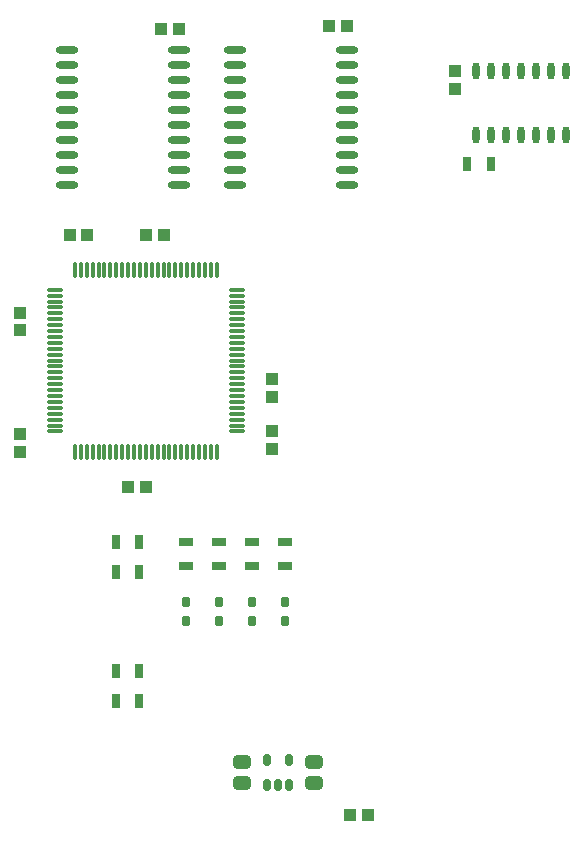
<source format=gtp>
G04*
G04 #@! TF.GenerationSoftware,Altium Limited,Altium Designer,21.0.8 (223)*
G04*
G04 Layer_Color=8421504*
%FSLAX25Y25*%
%MOIN*%
G70*
G04*
G04 #@! TF.SameCoordinates,24B65C91-686E-4BDF-BE13-0E35A49C72FF*
G04*
G04*
G04 #@! TF.FilePolarity,Positive*
G04*
G01*
G75*
%ADD16O,0.05512X0.01181*%
%ADD17O,0.01181X0.05512*%
G04:AMPARAMS|DCode=18|XSize=45.28mil|YSize=57.09mil|CornerRadius=11.32mil|HoleSize=0mil|Usage=FLASHONLY|Rotation=90.000|XOffset=0mil|YOffset=0mil|HoleType=Round|Shape=RoundedRectangle|*
%AMROUNDEDRECTD18*
21,1,0.04528,0.03445,0,0,90.0*
21,1,0.02264,0.05709,0,0,90.0*
1,1,0.02264,0.01722,0.01132*
1,1,0.02264,0.01722,-0.01132*
1,1,0.02264,-0.01722,-0.01132*
1,1,0.02264,-0.01722,0.01132*
%
%ADD18ROUNDEDRECTD18*%
G04:AMPARAMS|DCode=19|XSize=23.62mil|YSize=39.37mil|CornerRadius=5.91mil|HoleSize=0mil|Usage=FLASHONLY|Rotation=0.000|XOffset=0mil|YOffset=0mil|HoleType=Round|Shape=RoundedRectangle|*
%AMROUNDEDRECTD19*
21,1,0.02362,0.02756,0,0,0.0*
21,1,0.01181,0.03937,0,0,0.0*
1,1,0.01181,0.00591,-0.01378*
1,1,0.01181,-0.00591,-0.01378*
1,1,0.01181,-0.00591,0.01378*
1,1,0.01181,0.00591,0.01378*
%
%ADD19ROUNDEDRECTD19*%
%ADD20R,0.04134X0.03937*%
%ADD21O,0.07480X0.02362*%
%ADD22R,0.03937X0.04134*%
%ADD23R,0.02953X0.05118*%
%ADD24O,0.02362X0.05709*%
G04:AMPARAMS|DCode=25|XSize=31.5mil|YSize=29.53mil|CornerRadius=7.38mil|HoleSize=0mil|Usage=FLASHONLY|Rotation=90.000|XOffset=0mil|YOffset=0mil|HoleType=Round|Shape=RoundedRectangle|*
%AMROUNDEDRECTD25*
21,1,0.03150,0.01476,0,0,90.0*
21,1,0.01673,0.02953,0,0,90.0*
1,1,0.01476,0.00738,0.00837*
1,1,0.01476,0.00738,-0.00837*
1,1,0.01476,-0.00738,-0.00837*
1,1,0.01476,-0.00738,0.00837*
%
%ADD25ROUNDEDRECTD25*%
%ADD26R,0.05118X0.02953*%
D16*
X36685Y176626D02*
D03*
X97315Y166783D02*
D03*
Y208122D02*
D03*
Y206153D02*
D03*
Y204185D02*
D03*
Y202217D02*
D03*
Y200248D02*
D03*
Y198280D02*
D03*
Y196311D02*
D03*
Y194343D02*
D03*
Y192374D02*
D03*
Y190405D02*
D03*
Y188437D02*
D03*
Y186469D02*
D03*
Y184500D02*
D03*
Y182531D02*
D03*
Y180563D02*
D03*
Y178595D02*
D03*
Y176626D02*
D03*
Y174657D02*
D03*
Y172689D02*
D03*
Y170721D02*
D03*
Y168752D02*
D03*
Y164815D02*
D03*
Y162847D02*
D03*
Y160878D02*
D03*
X36685D02*
D03*
Y162847D02*
D03*
Y164815D02*
D03*
Y166783D02*
D03*
Y168752D02*
D03*
Y170721D02*
D03*
Y172689D02*
D03*
Y174657D02*
D03*
Y178595D02*
D03*
Y180563D02*
D03*
Y182531D02*
D03*
Y184500D02*
D03*
Y186469D02*
D03*
Y188437D02*
D03*
Y190405D02*
D03*
Y192374D02*
D03*
Y194343D02*
D03*
Y196311D02*
D03*
Y198280D02*
D03*
Y200248D02*
D03*
Y202217D02*
D03*
Y204185D02*
D03*
Y206153D02*
D03*
Y208122D02*
D03*
D17*
X82748Y154185D02*
D03*
X88653D02*
D03*
X43378Y214815D02*
D03*
X45347D02*
D03*
X47315D02*
D03*
X49283D02*
D03*
X51252D02*
D03*
X53220D02*
D03*
X55189D02*
D03*
X57157D02*
D03*
X59126D02*
D03*
X61094D02*
D03*
X63063D02*
D03*
X65031D02*
D03*
X67000D02*
D03*
X68968D02*
D03*
X70937D02*
D03*
X72905D02*
D03*
X74874D02*
D03*
X76842D02*
D03*
X78811D02*
D03*
X80779D02*
D03*
X82748D02*
D03*
X84716D02*
D03*
X86685D02*
D03*
X88653D02*
D03*
X90622D02*
D03*
Y154185D02*
D03*
X86685D02*
D03*
X84716D02*
D03*
X80779D02*
D03*
X78811D02*
D03*
X76842D02*
D03*
X74874D02*
D03*
X72905D02*
D03*
X70937D02*
D03*
X68968D02*
D03*
X67000D02*
D03*
X65031D02*
D03*
X63063D02*
D03*
X61094D02*
D03*
X59126D02*
D03*
X57157D02*
D03*
X55189D02*
D03*
X53220D02*
D03*
X51252D02*
D03*
X49283D02*
D03*
X47315D02*
D03*
X45347D02*
D03*
X43378D02*
D03*
D18*
X99000Y43630D02*
D03*
Y50717D02*
D03*
X123000D02*
D03*
Y43630D02*
D03*
D19*
X114740Y51347D02*
D03*
X107260D02*
D03*
X114740Y43000D02*
D03*
X111000D02*
D03*
X107260D02*
D03*
D20*
X128094Y296000D02*
D03*
X134000D02*
D03*
X140953Y33000D02*
D03*
X135047D02*
D03*
X67000Y142500D02*
D03*
X61094D02*
D03*
X67000Y226500D02*
D03*
X72905D02*
D03*
X47500D02*
D03*
X41594D02*
D03*
X78000Y295000D02*
D03*
X72095D02*
D03*
D21*
X134000Y243000D02*
D03*
Y248000D02*
D03*
Y253000D02*
D03*
Y258000D02*
D03*
Y263000D02*
D03*
Y268000D02*
D03*
Y273000D02*
D03*
Y278000D02*
D03*
Y283000D02*
D03*
Y288000D02*
D03*
X96598Y243000D02*
D03*
Y248000D02*
D03*
Y253000D02*
D03*
Y258000D02*
D03*
Y263000D02*
D03*
Y268000D02*
D03*
Y273000D02*
D03*
Y278000D02*
D03*
Y283000D02*
D03*
Y288000D02*
D03*
X78000Y243000D02*
D03*
Y248000D02*
D03*
Y253000D02*
D03*
Y258000D02*
D03*
Y263000D02*
D03*
Y268000D02*
D03*
Y273000D02*
D03*
Y278000D02*
D03*
Y283000D02*
D03*
Y288000D02*
D03*
X40598Y243000D02*
D03*
Y248000D02*
D03*
Y253000D02*
D03*
Y258000D02*
D03*
Y263000D02*
D03*
Y268000D02*
D03*
Y273000D02*
D03*
Y278000D02*
D03*
Y283000D02*
D03*
Y288000D02*
D03*
D22*
X25000Y200453D02*
D03*
Y194547D02*
D03*
Y154047D02*
D03*
Y159953D02*
D03*
X109000Y161000D02*
D03*
Y155095D02*
D03*
Y172500D02*
D03*
Y178405D02*
D03*
X170000Y281000D02*
D03*
Y275095D02*
D03*
D23*
X174126Y250000D02*
D03*
X182000D02*
D03*
X64874Y71000D02*
D03*
X57000D02*
D03*
X64874Y81000D02*
D03*
X57000D02*
D03*
X64874Y114000D02*
D03*
X57000D02*
D03*
X64874Y124000D02*
D03*
X57000D02*
D03*
D24*
X207000Y281000D02*
D03*
X202000D02*
D03*
X197000D02*
D03*
X192000D02*
D03*
X187000D02*
D03*
X182000D02*
D03*
X177000D02*
D03*
X207000Y259543D02*
D03*
X202000D02*
D03*
X197000D02*
D03*
X192000D02*
D03*
X187000D02*
D03*
X182000D02*
D03*
X177000D02*
D03*
D25*
X80500Y97701D02*
D03*
Y104000D02*
D03*
X91500Y97701D02*
D03*
Y104000D02*
D03*
X113500Y97701D02*
D03*
Y104000D02*
D03*
X102500Y97701D02*
D03*
Y104000D02*
D03*
D26*
X80500Y116000D02*
D03*
Y123874D02*
D03*
X91500Y116000D02*
D03*
Y123874D02*
D03*
X113500Y116000D02*
D03*
Y123874D02*
D03*
X102500Y116000D02*
D03*
Y123874D02*
D03*
M02*

</source>
